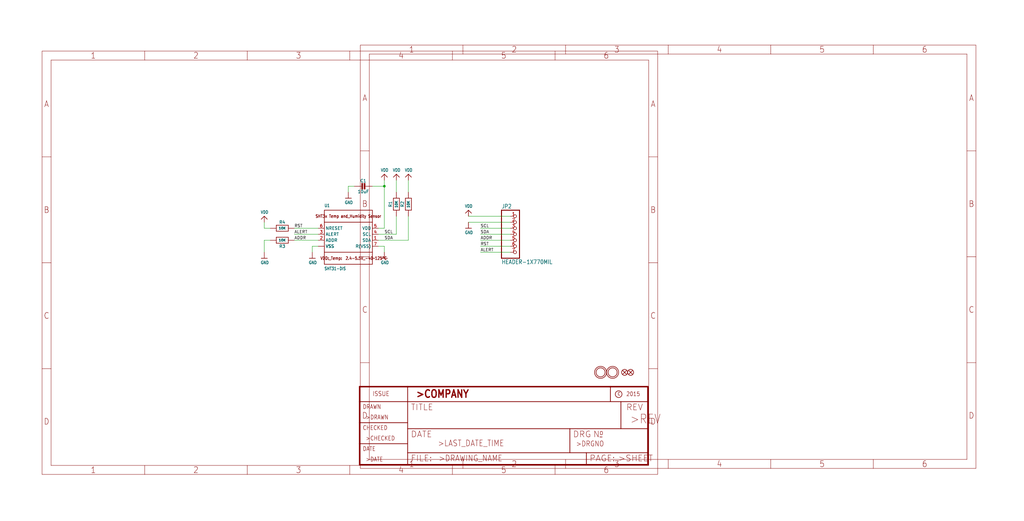
<source format=kicad_sch>
(kicad_sch (version 20211123) (generator eeschema)
  (paper "User" 433.07 220.421)
  (lib_symbols
    (symbol "eagleSchem-eagle-import:CAP_CERAMIC0805-NOOUTLINE"
      (property "Reference" "C" (at -2.29 1.25 90))
      (property "Value" "CAP_CERAMIC0805-NOOUTLINE" (at 2.3 1.25 90))
      (symbol "CAP_CERAMIC0805-NOOUTLINE_1_0"
        (rectangle (start -1.27 0.508) (end 1.27 1.016) (fill (type outline)))
        (rectangle (start -1.27 1.524) (end 1.27 2.032) (fill (type outline)))
        (polyline (pts (xy 0 0.762) (xy 0 0)) (stroke (width 0.1524)))
        (polyline (pts (xy 0 2.54) (xy 0 1.778)) (stroke (width 0.1524)))
        (pin passive line (at 0 5.08 270) (length 2.54) (name "1") (number "1"))
        (pin passive line (at 0 -2.54 90) (length 2.54) (name "2") (number "2"))
      )
    )
    (symbol "eagleSchem-eagle-import:FIDUCIAL{dblquote}{dblquote}"
      (symbol "FIDUCIAL{dblquote}{dblquote}_1_0"
        (polyline (pts (xy -0.762 0.762) (xy 0.762 -0.762)) (stroke (width 0.254)))
        (polyline (pts (xy 0.762 0.762) (xy -0.762 -0.762)) (stroke (width 0.254)))
        (circle (center 0 0) (radius 1.27) (stroke (width 0.254)))
      )
    )
    (symbol "eagleSchem-eagle-import:FRAME_A4"
      (symbol "FRAME_A4_0_0"
        (polyline (pts (xy 0 44.7675) (xy 3.81 44.7675)))
        (polyline (pts (xy 0 89.535) (xy 3.81 89.535)))
        (polyline (pts (xy 0 134.3025) (xy 3.81 134.3025)))
        (polyline (pts (xy 3.81 3.81) (xy 3.81 175.26)))
        (polyline (pts (xy 43.3917 0) (xy 43.3917 3.81)))
        (polyline (pts (xy 43.3917 175.26) (xy 43.3917 179.07)))
        (polyline (pts (xy 86.7833 0) (xy 86.7833 3.81)))
        (polyline (pts (xy 86.7833 175.26) (xy 86.7833 179.07)))
        (polyline (pts (xy 130.175 0) (xy 130.175 3.81)))
        (polyline (pts (xy 130.175 175.26) (xy 130.175 179.07)))
        (polyline (pts (xy 173.5667 0) (xy 173.5667 3.81)))
        (polyline (pts (xy 173.5667 175.26) (xy 173.5667 179.07)))
        (polyline (pts (xy 216.9583 0) (xy 216.9583 3.81)))
        (polyline (pts (xy 216.9583 175.26) (xy 216.9583 179.07)))
        (polyline (pts (xy 256.54 3.81) (xy 3.81 3.81)))
        (polyline (pts (xy 256.54 3.81) (xy 256.54 175.26)))
        (polyline (pts (xy 256.54 44.7675) (xy 260.35 44.7675)))
        (polyline (pts (xy 256.54 89.535) (xy 260.35 89.535)))
        (polyline (pts (xy 256.54 134.3025) (xy 260.35 134.3025)))
        (polyline (pts (xy 256.54 175.26) (xy 3.81 175.26)))
        (polyline (pts (xy 0 0) (xy 260.35 0) (xy 260.35 179.07) (xy 0 179.07) (xy 0 0)))
        (text "1" (at 21.6958 1.905 0) (effects (font (size 2.54 2.286))))
        (text "1" (at 21.6958 177.165 0) (effects (font (size 2.54 2.286))))
        (text "2" (at 65.0875 1.905 0) (effects (font (size 2.54 2.286))))
        (text "2" (at 65.0875 177.165 0) (effects (font (size 2.54 2.286))))
        (text "3" (at 108.4792 1.905 0) (effects (font (size 2.54 2.286))))
        (text "3" (at 108.4792 177.165 0) (effects (font (size 2.54 2.286))))
        (text "4" (at 151.8708 1.905 0) (effects (font (size 2.54 2.286))))
        (text "4" (at 151.8708 177.165 0) (effects (font (size 2.54 2.286))))
        (text "5" (at 195.2625 1.905 0) (effects (font (size 2.54 2.286))))
        (text "5" (at 195.2625 177.165 0) (effects (font (size 2.54 2.286))))
        (text "6" (at 238.6542 1.905 0) (effects (font (size 2.54 2.286))))
        (text "6" (at 238.6542 177.165 0) (effects (font (size 2.54 2.286))))
        (text "A" (at 1.905 156.6863 0) (effects (font (size 2.54 2.286))))
        (text "A" (at 258.445 156.6863 0) (effects (font (size 2.54 2.286))))
        (text "B" (at 1.905 111.9188 0) (effects (font (size 2.54 2.286))))
        (text "B" (at 258.445 111.9188 0) (effects (font (size 2.54 2.286))))
        (text "C" (at 1.905 67.1513 0) (effects (font (size 2.54 2.286))))
        (text "C" (at 258.445 67.1513 0) (effects (font (size 2.54 2.286))))
        (text "D" (at 1.905 22.3838 0) (effects (font (size 2.54 2.286))))
        (text "D" (at 258.445 22.3838 0) (effects (font (size 2.54 2.286))))
      )
      (symbol "FRAME_A4_1_0"
        (polyline (pts (xy 256.54 3.81) (xy 256.54 8.89)) (stroke (width 0.1016)))
        (polyline (pts (xy 256.54 8.89) (xy 256.54 13.97)) (stroke (width 0.1016)))
        (polyline (pts (xy 256.54 13.97) (xy 256.54 19.05)) (stroke (width 0.1016)))
        (polyline (pts (xy 256.54 19.05) (xy 256.54 36.83)) (stroke (width 0.1016)))
      )
      (symbol "FRAME_A4_2_0"
        (polyline (pts (xy -0.3048 1.5748) (xy 20.0152 1.5748)) (stroke (width 0.6096)))
        (polyline (pts (xy -0.3048 10.4648) (xy -0.3048 1.5748)) (stroke (width 0.6096)))
        (polyline (pts (xy -0.3048 10.4648) (xy 20.0152 10.4648)) (stroke (width 0.3048)))
        (polyline (pts (xy -0.3048 19.3548) (xy -0.3048 10.4648)) (stroke (width 0.6096)))
        (polyline (pts (xy -0.3048 19.3548) (xy 20.0152 19.3548)) (stroke (width 0.3048)))
        (polyline (pts (xy -0.3048 28.2448) (xy -0.3048 19.3548)) (stroke (width 0.6096)))
        (polyline (pts (xy -0.3048 28.2448) (xy 20.0152 28.2448)) (stroke (width 0.3048)))
        (polyline (pts (xy -0.3048 34.5948) (xy -0.3048 28.2448)) (stroke (width 0.6096)))
        (polyline (pts (xy 20.0152 1.5748) (xy 20.0152 6.6548)) (stroke (width 0.3048)))
        (polyline (pts (xy 20.0152 1.5748) (xy 95.5802 1.5748)) (stroke (width 0.6096)))
        (polyline (pts (xy 20.0152 6.6548) (xy 20.0152 10.4648)) (stroke (width 0.3048)))
        (polyline (pts (xy 20.0152 6.6548) (xy 88.5952 6.6548)) (stroke (width 0.3048)))
        (polyline (pts (xy 20.0152 10.4648) (xy 20.0152 16.8148)) (stroke (width 0.3048)))
        (polyline (pts (xy 20.0152 16.8148) (xy 20.0152 19.3548)) (stroke (width 0.3048)))
        (polyline (pts (xy 20.0152 19.3548) (xy 20.0152 28.2448)) (stroke (width 0.3048)))
        (polyline (pts (xy 20.0152 28.2448) (xy 20.0152 34.5948)) (stroke (width 0.3048)))
        (polyline (pts (xy 20.0152 28.2448) (xy 105.7402 28.2448)) (stroke (width 0.3048)))
        (polyline (pts (xy 20.0152 34.5948) (xy -0.3048 34.5948)) (stroke (width 0.6096)))
        (polyline (pts (xy 88.5952 6.6548) (xy 95.5802 6.6548)) (stroke (width 0.3048)))
        (polyline (pts (xy 88.5952 16.8148) (xy 20.0152 16.8148)) (stroke (width 0.3048)))
        (polyline (pts (xy 88.5952 16.8148) (xy 88.5952 6.6548)) (stroke (width 0.3048)))
        (polyline (pts (xy 95.5802 1.5748) (xy 121.6152 1.5748)) (stroke (width 0.6096)))
        (polyline (pts (xy 95.5802 6.6548) (xy 95.5802 1.5748)) (stroke (width 0.3048)))
        (polyline (pts (xy 95.5802 6.6548) (xy 121.6152 6.6548)) (stroke (width 0.3048)))
        (polyline (pts (xy 101.2952 13.3223) (xy 102.2477 13.3223)) (stroke (width 0.254)))
        (polyline (pts (xy 105.7402 28.2448) (xy 105.7402 34.5948)) (stroke (width 0.3048)))
        (polyline (pts (xy 105.7402 28.2448) (xy 110.1852 28.2448)) (stroke (width 0.3048)))
        (polyline (pts (xy 105.7402 34.5948) (xy 20.0152 34.5948)) (stroke (width 0.6096)))
        (polyline (pts (xy 110.1852 16.8148) (xy 88.5952 16.8148)) (stroke (width 0.3048)))
        (polyline (pts (xy 110.1852 28.2448) (xy 110.1852 16.8148)) (stroke (width 0.3048)))
        (polyline (pts (xy 110.1852 28.2448) (xy 121.6152 28.2448)) (stroke (width 0.3048)))
        (polyline (pts (xy 121.6152 6.6548) (xy 121.6152 1.5748)) (stroke (width 0.6096)))
        (polyline (pts (xy 121.6152 16.8148) (xy 110.1852 16.8148)) (stroke (width 0.3048)))
        (polyline (pts (xy 121.6152 16.8148) (xy 121.6152 6.6548)) (stroke (width 0.6096)))
        (polyline (pts (xy 121.6152 28.2448) (xy 121.6152 16.8148)) (stroke (width 0.6096)))
        (polyline (pts (xy 121.6152 34.5948) (xy 105.7402 34.5948)) (stroke (width 0.6096)))
        (polyline (pts (xy 121.6152 34.5948) (xy 121.6152 28.2448)) (stroke (width 0.6096)))
        (circle (center 109.2327 31.4198) (radius 1.4199) (stroke (width 0.254)))
        (text "2015" (at 112.4077 30.4673 0) (effects (font (size 1.778 1.5113)) (justify left bottom)))
        (text ">CHECKED" (at 2.2352 11.7348 0) (effects (font (size 1.778 1.5113)) (justify left bottom)))
        (text ">COMPANY" (at 23.349 29.6735 0) (effects (font (size 3.175 2.6987) (thickness 0.5397) bold) (justify left bottom)))
        (text ">DATE" (at 2.2352 2.8448 0) (effects (font (size 1.778 1.5113)) (justify left bottom)))
        (text ">DRAWING_NAME" (at 33.0327 2.8448 0) (effects (font (size 2.54 2.159)) (justify left bottom)))
        (text ">DRAWN" (at 2.2352 20.6248 0) (effects (font (size 1.778 1.5113)) (justify left bottom)))
        (text ">DRGNO" (at 91.1352 9.1948 0) (effects (font (size 2.1844 1.8567)) (justify left bottom)))
        (text ">LAST_DATE_TIME" (at 32.7152 9.1948 0) (effects (font (size 2.54 2.159)) (justify left bottom)))
        (text ">REV" (at 113.9952 18.7198 0) (effects (font (size 3.81 3.2385)) (justify left bottom)))
        (text ">SHEET" (at 108.9152 2.8448 0) (effects (font (size 2.54 2.54)) (justify left bottom)))
        (text "C" (at 108.7564 30.7848 0) (effects (font (size 1.27 1.0795)) (justify left bottom)))
        (text "CHECKED" (at 0.9652 16.1798 0) (effects (font (size 1.778 1.5113)) (justify left bottom)))
        (text "DATE" (at 0.9652 7.2898 0) (effects (font (size 1.778 1.5113)) (justify left bottom)))
        (text "DATE" (at 21.2852 13.0048 0) (effects (font (size 2.54 2.54)) (justify left bottom)))
        (text "DRAWN" (at 0.9652 25.0698 0) (effects (font (size 1.778 1.5113)) (justify left bottom)))
        (text "DRG" (at 89.8652 13.0048 0) (effects (font (size 2.54 2.54)) (justify left bottom)))
        (text "FILE:" (at 21.2852 2.8448 0) (effects (font (size 2.54 2.54)) (justify left bottom)))
        (text "ISSUE" (at 5.0927 30.4673 0) (effects (font (size 1.9304 1.6408)) (justify left bottom)))
        (text "N" (at 98.4377 13.0048 0) (effects (font (size 2.54 2.54)) (justify left bottom)))
        (text "o" (at 100.9777 13.9573 0) (effects (font (size 2.1844 1.8567)) (justify left bottom)))
        (text "PAGE:" (at 96.8502 2.8448 0) (effects (font (size 2.54 2.54)) (justify left bottom)))
        (text "REV" (at 112.4077 24.4348 0) (effects (font (size 2.54 2.54)) (justify left bottom)))
        (text "TITLE" (at 21.2852 24.4348 0) (effects (font (size 2.54 2.54)) (justify left bottom)))
      )
    )
    (symbol "eagleSchem-eagle-import:GND" (power)
      (property "Value" "GND" (at -1.524 -2.54 0))
      (symbol "GND_1_0"
        (polyline (pts (xy -1.27 0) (xy 1.27 0)) (stroke (width 0.254)))
        (pin power_in line (at 0 2.54 270) (length 2.54) (name "GND") (number "1"))
      )
    )
    (symbol "eagleSchem-eagle-import:HEADER-1X770MIL"
      (property "Reference" "JP" (at -6.35 10.795 0))
      (property "Value" "HEADER-1X770MIL" (at -6.35 -12.7 0))
      (symbol "HEADER-1X770MIL_1_0"
        (polyline (pts (xy -6.35 -10.16) (xy 1.27 -10.16)) (stroke (width 0.4064)))
        (polyline (pts (xy -6.35 10.16) (xy -6.35 -10.16)) (stroke (width 0.4064)))
        (polyline (pts (xy 1.27 -10.16) (xy 1.27 10.16)) (stroke (width 0.4064)))
        (polyline (pts (xy 1.27 10.16) (xy -6.35 10.16)) (stroke (width 0.4064)))
        (pin passive inverted (at -2.54 7.62 0) (length 2.54) (name "1") (number "1"))
        (pin passive inverted (at -2.54 5.08 0) (length 2.54) (name "2") (number "2"))
        (pin passive inverted (at -2.54 2.54 0) (length 2.54) (name "3") (number "3"))
        (pin passive inverted (at -2.54 0 0) (length 2.54) (name "4") (number "4"))
        (pin passive inverted (at -2.54 -2.54 0) (length 2.54) (name "5") (number "5"))
        (pin passive inverted (at -2.54 -5.08 0) (length 2.54) (name "6") (number "6"))
        (pin passive inverted (at -2.54 -7.62 0) (length 2.54) (name "7") (number "7"))
      )
    )
    (symbol "eagleSchem-eagle-import:MOUNTINGHOLE2.5"
      (symbol "MOUNTINGHOLE2.5_1_0"
        (circle (center 0 0) (radius 1.905) (stroke (width 0.254)))
        (circle (center 0 0) (radius 2.54) (stroke (width 0.254)))
      )
    )
    (symbol "eagleSchem-eagle-import:RESISTOR0805_NOOUTLINE"
      (property "Reference" "R" (at 0 2.54 0))
      (property "Value" "RESISTOR0805_NOOUTLINE" (at 0 0 0))
      (symbol "RESISTOR0805_NOOUTLINE_1_0"
        (polyline (pts (xy -2.54 -1.27) (xy -2.54 1.27)) (stroke (width 0.254)))
        (polyline (pts (xy -2.54 1.27) (xy 2.54 1.27)) (stroke (width 0.254)))
        (polyline (pts (xy 2.54 -1.27) (xy -2.54 -1.27)) (stroke (width 0.254)))
        (polyline (pts (xy 2.54 1.27) (xy 2.54 -1.27)) (stroke (width 0.254)))
        (pin passive line (at -5.08 0 0) (length 2.54) (name "1") (number "1"))
        (pin passive line (at 5.08 0 180) (length 2.54) (name "2") (number "2"))
      )
    )
    (symbol "eagleSchem-eagle-import:RESISTOR_0805MP"
      (property "Reference" "R" (at 0 2.54 0))
      (property "Value" "RESISTOR_0805MP" (at 0 0 0))
      (symbol "RESISTOR_0805MP_1_0"
        (polyline (pts (xy -2.54 -1.27) (xy -2.54 1.27)) (stroke (width 0.254)))
        (polyline (pts (xy -2.54 1.27) (xy 2.54 1.27)) (stroke (width 0.254)))
        (polyline (pts (xy 2.54 -1.27) (xy -2.54 -1.27)) (stroke (width 0.254)))
        (polyline (pts (xy 2.54 1.27) (xy 2.54 -1.27)) (stroke (width 0.254)))
        (pin passive line (at -5.08 0 0) (length 2.54) (name "1") (number "1"))
        (pin passive line (at 5.08 0 180) (length 2.54) (name "2") (number "2"))
      )
    )
    (symbol "eagleSchem-eagle-import:SHT3X"
      (property "Reference" "U" (at -10.16 11.43 0))
      (property "Value" "SHT3X" (at -10.16 -15.24 0))
      (symbol "SHT3X_1_0"
        (polyline (pts (xy -10.16 -12.7) (xy 10.16 -12.7)) (stroke (width 0.254)))
        (polyline (pts (xy -10.16 -7.62) (xy -10.16 -12.7)) (stroke (width 0.254)))
        (polyline (pts (xy -10.16 -7.62) (xy -10.16 5.08)) (stroke (width 0.254)))
        (polyline (pts (xy -10.16 5.08) (xy -10.16 10.16)) (stroke (width 0.254)))
        (polyline (pts (xy -10.16 5.08) (xy 10.16 5.08)) (stroke (width 0.254)))
        (polyline (pts (xy -10.16 10.16) (xy 10.16 10.16)) (stroke (width 0.254)))
        (polyline (pts (xy 10.16 -12.7) (xy 10.16 -7.62)) (stroke (width 0.254)))
        (polyline (pts (xy 10.16 -7.62) (xy -10.16 -7.62)) (stroke (width 0.254)))
        (polyline (pts (xy 10.16 5.08) (xy 10.16 -7.62)) (stroke (width 0.254)))
        (polyline (pts (xy 10.16 10.16) (xy 10.16 5.08)) (stroke (width 0.254)))
        (text "2.4-5.5V_-40~125°C" (at -1.27 -10.16 0) (effects (font (size 1.27 1.0795) (thickness 0.2159) bold) (justify left)))
        (text "SHT3x Temp and_Humidity Sensor" (at 0 7.62 0) (effects (font (size 1.27 1.0795) (thickness 0.2159) bold)))
        (text "VDD:_Temp:" (at -2.54 -10.16 0) (effects (font (size 1.27 1.0795) (thickness 0.2159) bold) (justify right)))
        (pin bidirectional line (at 12.7 -2.54 180) (length 2.54) (name "SDA") (number "1"))
        (pin bidirectional line (at -12.7 -2.54 0) (length 2.54) (name "ADDR") (number "2"))
        (pin bidirectional line (at -12.7 0 0) (length 2.54) (name "ALERT") (number "3"))
        (pin bidirectional line (at 12.7 0 180) (length 2.54) (name "SCL") (number "4"))
        (pin power_in line (at 12.7 2.54 180) (length 2.54) (name "VDD") (number "5"))
        (pin bidirectional line (at -12.7 2.54 0) (length 2.54) (name "NRESET") (number "6"))
        (pin bidirectional line (at 12.7 -5.08 180) (length 2.54) (name "R(VSS)") (number "7"))
        (pin power_in line (at -12.7 -5.08 0) (length 2.54) (name "VSS") (number "8"))
        (pin power_in line (at -12.7 -5.08 0) (length 2.54) (name "VSS") (number "THERMAL"))
      )
    )
    (symbol "eagleSchem-eagle-import:VDD" (power)
      (property "Value" "VDD" (at -1.524 1.016 0))
      (symbol "VDD_1_0"
        (polyline (pts (xy -1.27 -1.27) (xy 0 0)) (stroke (width 0.254)))
        (polyline (pts (xy 0 0) (xy 1.27 -1.27)) (stroke (width 0.254)))
        (pin power_in line (at 0 -2.54 90) (length 2.54) (name "VDD") (number "1"))
      )
    )
  )
  (junction (at 162.56 78.74))
  (wire (pts (xy 172.72 81.28) (xy 172.72 76.2)))
  (wire (pts (xy 203.2 99.06) (xy 215.9 99.06)))
  (wire (pts (xy 160.02 104.14) (xy 162.56 104.14)))
  (wire (pts (xy 149.86 78.74) (xy 147.32 78.74)))
  (wire (pts (xy 111.76 96.52) (xy 111.76 93.98)))
  (wire (pts (xy 198.12 91.44) (xy 215.9 91.44)))
  (wire (pts (xy 160.02 96.52) (xy 162.56 96.52)))
  (wire (pts (xy 160.02 101.6) (xy 172.72 101.6)))
  (wire (pts (xy 162.56 78.74) (xy 162.56 76.2)))
  (wire (pts (xy 167.64 81.28) (xy 167.64 76.2)))
  (wire (pts (xy 111.76 101.6) (xy 111.76 106.68)))
  (wire (pts (xy 162.56 96.52) (xy 162.56 78.74)))
  (wire (pts (xy 147.32 78.74) (xy 147.32 81.28)))
  (wire (pts (xy 134.62 96.52) (xy 124.46 96.52)))
  (wire (pts (xy 157.48 78.74) (xy 162.56 78.74)))
  (wire (pts (xy 134.62 99.06) (xy 124.46 99.06)))
  (wire (pts (xy 172.72 101.6) (xy 172.72 91.44)))
  (wire (pts (xy 134.62 101.6) (xy 124.46 101.6)))
  (wire (pts (xy 114.3 101.6) (xy 111.76 101.6)))
  (wire (pts (xy 215.9 106.68) (xy 203.2 106.68)))
  (wire (pts (xy 215.9 101.6) (xy 203.2 101.6)))
  (wire (pts (xy 215.9 104.14) (xy 203.2 104.14)))
  (wire (pts (xy 203.2 96.52) (xy 215.9 96.52)))
  (wire (pts (xy 114.3 96.52) (xy 111.76 96.52)))
  (wire (pts (xy 167.64 99.06) (xy 167.64 91.44)))
  (wire (pts (xy 132.08 104.14) (xy 132.08 106.68)))
  (wire (pts (xy 198.12 93.98) (xy 215.9 93.98)))
  (wire (pts (xy 162.56 104.14) (xy 162.56 106.68)))
  (wire (pts (xy 134.62 104.14) (xy 132.08 104.14)))
  (wire (pts (xy 160.02 99.06) (xy 167.64 99.06)))
  (label "ADDR" (at 203.2 101.6 0) (effects (font (size 1.2446 1.2446))))
  (label "RST" (at 203.2 104.14 0) (effects (font (size 1.2446 1.2446))))
  (label "ALERT" (at 203.2 106.68 0) (effects (font (size 1.2446 1.2446))))
  (label "ALERT" (at 124.46 99.06 0) (effects (font (size 1.2446 1.2446))))
  (label "SCL" (at 162.56 99.06 0) (effects (font (size 1.2446 1.2446))))
  (label "ADDR" (at 124.46 101.6 0) (effects (font (size 1.2446 1.2446))))
  (label "RST" (at 124.46 96.52 0) (effects (font (size 1.2446 1.2446))))
  (label "SDA" (at 162.56 101.6 0) (effects (font (size 1.2446 1.2446))))
  (label "SCL" (at 203.2 96.52 0) (effects (font (size 1.2446 1.2446))))
  (label "SDA" (at 203.2 99.06 0) (effects (font (size 1.2446 1.2446))))
  (symbol (lib_id "eagleSchem-eagle-import:GND") (at 147.32 83.82 0) (unit 1)
    (property "Reference" "#U$4" (effects hide))
    (property "Value" "GND" (at 145.796 86.36 0) (effects (font (size 1.27 1.0795)) (justify left bottom)))
    (property "Footprint" "eagleSchem:" (effects hide))
  )
  (symbol (lib_id "eagleSchem-eagle-import:GND") (at 198.12 96.52 0) (unit 1)
    (property "Reference" "#U$15" (effects hide))
    (property "Value" "GND" (at 196.596 99.06 0) (effects (font (size 1.27 1.0795)) (justify left bottom)))
    (property "Footprint" "eagleSchem:" (effects hide))
  )
  (symbol (lib_id "eagleSchem-eagle-import:VDD") (at 162.56 73.66 0) (unit 1)
    (property "Reference" "#U$3" (effects hide))
    (property "Value" "VDD" (at 161.036 72.644 0) (effects (font (size 1.27 1.0795)) (justify left bottom)))
    (property "Footprint" "eagleSchem:" (effects hide))
  )
  (symbol (lib_id "eagleSchem-eagle-import:MOUNTINGHOLE2.5") (at 254 157.48 0) (unit 1)
    (property "Reference" "U$2" (effects hide))
    (property "Value" "MOUNTINGHOLE2.5" (effects hide))
    (property "Footprint" "eagleSchem:MOUNTINGHOLE_2.5_PLATED" (effects hide))
  )
  (symbol (lib_id "eagleSchem-eagle-import:MOUNTINGHOLE2.5") (at 259.08 157.48 0) (unit 1)
    (property "Reference" "U$1" (effects hide))
    (property "Value" "MOUNTINGHOLE2.5" (effects hide))
    (property "Footprint" "eagleSchem:MOUNTINGHOLE_2.5_PLATED" (effects hide))
  )
  (symbol (lib_id "eagleSchem-eagle-import:GND") (at 162.56 109.22 0) (unit 1)
    (property "Reference" "#U$7" (effects hide))
    (property "Value" "GND" (at 161.036 111.76 0) (effects (font (size 1.27 1.0795)) (justify left bottom)))
    (property "Footprint" "eagleSchem:" (effects hide))
  )
  (symbol (lib_id "eagleSchem-eagle-import:RESISTOR0805_NOOUTLINE") (at 119.38 96.52 0) (unit 1)
    (property "Reference" "R4" (at 119.38 93.98 0))
    (property "Value" "10K" (at 119.38 96.52 0) (effects (font (size 1.016 1.016) bold)))
    (property "Footprint" "eagleSchem:0805-NO" (effects hide))
  )
  (symbol (lib_id "eagleSchem-eagle-import:RESISTOR0805_NOOUTLINE") (at 167.64 86.36 90) (unit 1)
    (property "Reference" "R1" (at 165.1 86.36 0))
    (property "Value" "10K" (at 167.64 86.36 0) (effects (font (size 1.016 1.016) bold)))
    (property "Footprint" "eagleSchem:0805-NO" (effects hide))
  )
  (symbol (lib_id "eagleSchem-eagle-import:RESISTOR0805_NOOUTLINE") (at 172.72 86.36 90) (unit 1)
    (property "Reference" "R2" (at 170.18 86.36 0))
    (property "Value" "10K" (at 172.72 86.36 0) (effects (font (size 1.016 1.016) bold)))
    (property "Footprint" "eagleSchem:0805-NO" (effects hide))
  )
  (symbol (lib_id "eagleSchem-eagle-import:VDD") (at 172.72 73.66 0) (unit 1)
    (property "Reference" "#U$6" (effects hide))
    (property "Value" "VDD" (at 171.196 72.644 0) (effects (font (size 1.27 1.0795)) (justify left bottom)))
    (property "Footprint" "eagleSchem:" (effects hide))
  )
  (symbol (lib_id "eagleSchem-eagle-import:FIDUCIAL{dblquote}{dblquote}") (at 264.16 157.48 0) (unit 1)
    (property "Reference" "FID3" (effects hide))
    (property "Value" "FIDUCIAL{dblquote}{dblquote}" (effects hide))
    (property "Footprint" "eagleSchem:FIDUCIAL_1MM" (effects hide))
  )
  (symbol (lib_id "eagleSchem-eagle-import:FRAME_A4") (at 17.78 200.66 0) (unit 1)
    (property "Reference" "#FRAME1" (effects hide))
    (property "Value" "FRAME_A4" (effects hide))
    (property "Footprint" "eagleSchem:" (effects hide))
  )
  (symbol (lib_id "eagleSchem-eagle-import:GND") (at 132.08 109.22 0) (unit 1)
    (property "Reference" "#U$8" (effects hide))
    (property "Value" "GND" (at 130.556 111.76 0) (effects (font (size 1.27 1.0795)) (justify left bottom)))
    (property "Footprint" "eagleSchem:" (effects hide))
  )
  (symbol (lib_id "eagleSchem-eagle-import:HEADER-1X770MIL") (at 218.44 99.06 0) (unit 1)
    (property "Reference" "JP2" (at 212.09 88.265 0) (effects (font (size 1.778 1.5113)) (justify left bottom)))
    (property "Value" "HEADER-1X770MIL" (at 212.09 111.76 0) (effects (font (size 1.778 1.5113)) (justify left bottom)))
    (property "Footprint" "eagleSchem:1X07_ROUND_70" (effects hide))
  )
  (symbol (lib_id "eagleSchem-eagle-import:CAP_CERAMIC0805-NOOUTLINE") (at 152.4 78.74 270) (unit 1)
    (property "Reference" "C1" (at 153.65 76.45 90))
    (property "Value" "10uF" (at 153.65 81.04 90))
    (property "Footprint" "eagleSchem:0805-NO" (effects hide))
  )
  (symbol (lib_id "eagleSchem-eagle-import:FIDUCIAL{dblquote}{dblquote}") (at 266.7 157.48 0) (unit 1)
    (property "Reference" "FID2" (effects hide))
    (property "Value" "FIDUCIAL{dblquote}{dblquote}" (effects hide))
    (property "Footprint" "eagleSchem:FIDUCIAL_1MM" (effects hide))
  )
  (symbol (lib_id "eagleSchem-eagle-import:VDD") (at 198.12 88.9 0) (unit 1)
    (property "Reference" "#U$14" (effects hide))
    (property "Value" "VDD" (at 196.596 87.884 0) (effects (font (size 1.27 1.0795)) (justify left bottom)))
    (property "Footprint" "eagleSchem:" (effects hide))
  )
  (symbol (lib_id "eagleSchem-eagle-import:RESISTOR_0805MP") (at 119.38 101.6 180) (unit 1)
    (property "Reference" "R3" (at 119.38 104.14 0))
    (property "Value" "10K" (at 119.38 101.6 0) (effects (font (size 1.016 1.016) bold)))
    (property "Footprint" "eagleSchem:_0805MP" (effects hide))
  )
  (symbol (lib_id "eagleSchem-eagle-import:VDD") (at 167.64 73.66 0) (unit 1)
    (property "Reference" "#U$5" (effects hide))
    (property "Value" "VDD" (at 166.116 72.644 0) (effects (font (size 1.27 1.0795)) (justify left bottom)))
    (property "Footprint" "eagleSchem:" (effects hide))
  )
  (symbol (lib_id "eagleSchem-eagle-import:VDD") (at 111.76 91.44 0) (unit 1)
    (property "Reference" "#U$10" (effects hide))
    (property "Value" "VDD" (at 110.236 90.424 0) (effects (font (size 1.27 1.0795)) (justify left bottom)))
    (property "Footprint" "eagleSchem:" (effects hide))
  )
  (symbol (lib_id "eagleSchem-eagle-import:SHT3X") (at 147.32 99.06 0) (unit 1)
    (property "Reference" "U1" (at 137.16 87.63 0) (effects (font (size 1.27 1.0795)) (justify left bottom)))
    (property "Value" "SHT31-DIS" (at 137.16 114.3 0) (effects (font (size 1.27 1.0795)) (justify left bottom)))
    (property "Footprint" "eagleSchem:SHT3X" (effects hide))
  )
  (symbol (lib_id "eagleSchem-eagle-import:FRAME_A4") (at 152.4 198.12 0) (unit 2)
    (property "Reference" "#FRAME1" (effects hide))
    (property "Value" "FRAME_A4" (effects hide))
    (property "Footprint" "eagleSchem:" (effects hide))
  )
  (symbol (lib_id "eagleSchem-eagle-import:GND") (at 111.76 109.22 0) (unit 1)
    (property "Reference" "#U$9" (effects hide))
    (property "Value" "GND" (at 110.236 111.76 0) (effects (font (size 1.27 1.0795)) (justify left bottom)))
    (property "Footprint" "eagleSchem:" (effects hide))
  )
)
</source>
